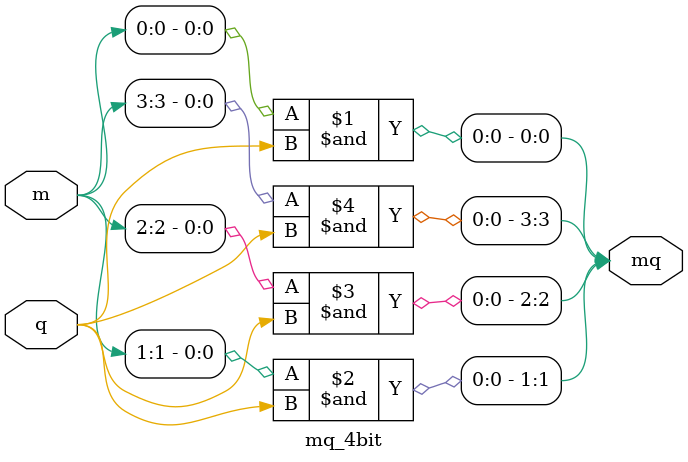
<source format=v>
`timescale 1ns / 1ps


module mq_4bit(
    input[3:0] m,
    input q,
    output [4:0] mq
    );
    assign mq[0] = m[0]&q;
    assign mq[1] = m[1]&q;
    assign mq[2] = m[2]&q;
    assign mq[3] = m[3]&q;
endmodule

</source>
